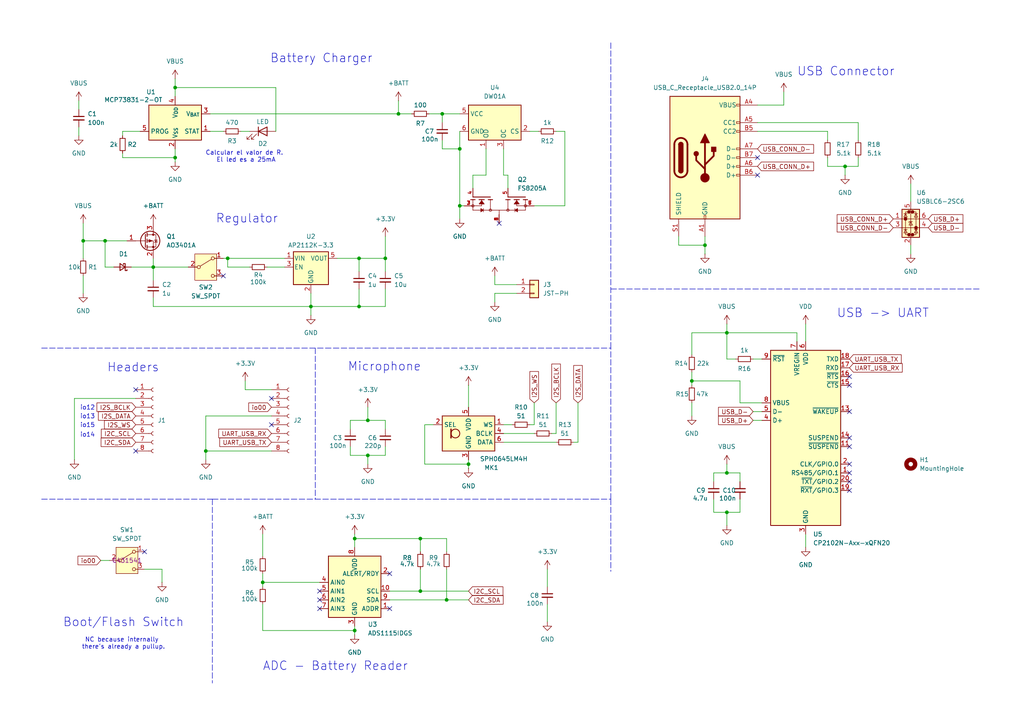
<source format=kicad_sch>
(kicad_sch (version 20250114) (generator "eeschema") (generator_version "9.0")
  (paper "A4")
  (title_block (title "ESP32CAM Shield") (date "2025-05-10") (rev "1.0") (company "Marti Dominguez"))
  (text "io13\n" (at 25.4 120.904 0) (effects (font (size 1.27 1.27))))
  (text "Headers\n" (at 38.608 106.68 0) (effects (font (size 2.5 2.5))))
  (text "USB Connector\n" (at 245.364 20.828 0) (effects (font (size 2.5 2.5))))
  (text "io15" (at 25.4 123.444 0) (effects (font (size 1.27 1.27))))
  (text "Regulator\n" (at 71.628 63.5 0) (effects (font (size 2.5 2.5))))
  (text "NC because internally \nthere's already a pullup." (at 35.814 186.69 0) (effects (font (size 1.27 1.27))))
  (text "Microphone" (at 111.506 106.426 0) (effects (font (size 2.5 2.5))))
  (text "io14" (at 25.4 126.238 0) (effects (font (size 1.27 1.27))))
  (text "USB -> UART " (at 257.048 90.932 0) (effects (font (size 2.5 2.5))))
  (text "Battery Charger" (at 93.218 17.018 0) (effects (font (size 2.5 2.5))))
  (text "io12" (at 25.4 118.364 0) (effects (font (size 1.27 1.27))))
  (text "ADC - Battery Reader\n" (at 97.282 193.294 0) (effects (font (size 2.5 2.5))))
  (text "Boot/Flash Switch\n" (at 35.814 180.594 0) (effects (font (size 2.5 2.5))))
  (text "Calcular el valor de R. \nEl led es a 25mA" (at 71.374 45.466 0) (effects (font (size 1.27 1.27))))
  (junction (at 135.89 134.62))
  (junction (at 102.87 156.21))
  (junction (at 90.17 88.9))
  (junction (at 210.82 148.59))
  (junction (at 210.82 137.16))
  (junction (at 106.68 132.08))
  (junction (at 104.14 74.93))
  (junction (at 111.76 74.93))
  (junction (at 44.45 77.47))
  (junction (at 121.92 171.45))
  (junction (at 133.35 43.18))
  (junction (at 50.8 25.4))
  (junction (at 66.04 74.93))
  (junction (at 200.66 110.49))
  (junction (at 210.82 96.52))
  (junction (at 59.69 130.81))
  (junction (at 102.87 182.88))
  (junction (at 204.47 71.12))
  (junction (at 133.35 59.69))
  (junction (at 76.2 168.91))
  (junction (at 128.27 33.02))
  (junction (at 106.68 121.92))
  (junction (at 104.14 88.9))
  (junction (at 115.57 33.02))
  (junction (at 30.48 69.85))
  (junction (at 129.54 173.99))
  (junction (at 245.11 48.26))
  (junction (at 121.92 156.21))
  (junction (at 24.13 69.85))
  (junction (at 50.8 45.72))
  (no_connect (at 246.38 139.7))
  (no_connect (at 246.38 137.16))
  (no_connect (at 92.71 176.53))
  (no_connect (at 246.38 109.22))
  (no_connect (at 246.38 142.24))
  (no_connect (at 246.38 111.76))
  (no_connect (at 39.37 113.03))
  (no_connect (at 64.77 80.01))
  (no_connect (at 246.38 127))
  (no_connect (at 219.71 50.8))
  (no_connect (at 113.03 166.37))
  (no_connect (at 78.74 115.57))
  (no_connect (at 78.74 123.19))
  (no_connect (at 39.37 130.81))
  (no_connect (at 246.38 129.54))
  (no_connect (at 92.71 173.99))
  (no_connect (at 144.78 64.77))
  (no_connect (at 219.71 45.72))
  (no_connect (at 246.38 134.62))
  (no_connect (at 92.71 171.45))
  (no_connect (at 246.38 119.38))
  (no_connect (at 113.03 176.53))
  (no_connect (at 41.91 160.02))
  (wire (pts (xy 231.14 96.52) (xy 231.14 99.06)))
  (wire (pts (xy 200.66 110.49) (xy 200.66 111.76)))
  (wire (pts (xy 135.89 133.35) (xy 135.89 134.62)))
  (wire (pts (xy 50.8 43.18) (xy 50.8 45.72)))
  (wire (pts (xy 76.2 175.26) (xy 76.2 182.88)))
  (wire (pts (xy 111.76 129.54) (xy 111.76 132.08)))
  (polyline (pts (xy 12.065 144.78) (xy 61.595 144.78)) (stroke (width 0) (type dash)))
  (wire (pts (xy 204.47 68.58) (xy 204.47 71.12)))
  (wire (pts (xy 66.04 74.93) (xy 82.55 74.93)))
  (wire (pts (xy 160.02 125.73) (xy 161.29 125.73)))
  (wire (pts (xy 143.51 85.09) (xy 149.86 85.09)))
  (wire (pts (xy 30.48 69.85) (xy 24.13 69.85)))
  (wire (pts (xy 106.68 134.62) (xy 106.68 132.08)))
  (wire (pts (xy 111.76 78.74) (xy 111.76 74.93)))
  (wire (pts (xy 227.33 26.67) (xy 227.33 30.48)))
  (wire (pts (xy 76.2 154.94) (xy 76.2 161.29)))
  (wire (pts (xy 106.68 118.11) (xy 106.68 121.92)))
  (wire (pts (xy 207.01 148.59) (xy 210.82 148.59)))
  (wire (pts (xy 264.16 53.34) (xy 264.16 58.42)))
  (wire (pts (xy 76.2 168.91) (xy 76.2 170.18)))
  (wire (pts (xy 46.99 168.91) (xy 46.99 165.1)))
  (wire (pts (xy 124.46 33.02) (xy 128.27 33.02)))
  (wire (pts (xy 76.2 168.91) (xy 92.71 168.91)))
  (wire (pts (xy 59.69 130.81) (xy 59.69 120.65)))
  (wire (pts (xy 204.47 71.12) (xy 204.47 73.66)))
  (wire (pts (xy 135.89 111.76) (xy 135.89 118.11)))
  (wire (pts (xy 76.2 182.88) (xy 102.87 182.88)))
  (wire (pts (xy 233.68 154.94) (xy 233.68 158.75)))
  (polyline (pts (xy 177.165 100.965) (xy 177.165 12.065)) (stroke (width 0) (type dash)))
  (wire (pts (xy 210.82 148.59) (xy 214.63 148.59)))
  (wire (pts (xy 210.82 137.16) (xy 214.63 137.16)))
  (wire (pts (xy 44.45 86.36) (xy 44.45 88.9)))
  (wire (pts (xy 196.85 71.12) (xy 204.47 71.12)))
  (wire (pts (xy 121.92 156.21) (xy 102.87 156.21)))
  (wire (pts (xy 146.05 123.19) (xy 148.59 123.19)))
  (wire (pts (xy 104.14 74.93) (xy 97.79 74.93)))
  (wire (pts (xy 30.48 77.47) (xy 30.48 69.85)))
  (wire (pts (xy 146.05 125.73) (xy 154.94 125.73)))
  (wire (pts (xy 71.12 113.03) (xy 78.74 113.03)))
  (wire (pts (xy 59.69 133.35) (xy 59.69 130.81)))
  (wire (pts (xy 125.73 123.19) (xy 123.19 123.19)))
  (wire (pts (xy 210.82 96.52) (xy 231.14 96.52)))
  (wire (pts (xy 137.16 50.8) (xy 140.97 50.8)))
  (wire (pts (xy 219.71 35.56) (xy 248.92 35.56)))
  (wire (pts (xy 153.67 38.1) (xy 156.21 38.1)))
  (wire (pts (xy 128.27 33.02) (xy 133.35 33.02)))
  (wire (pts (xy 147.32 54.61) (xy 147.32 50.8)))
  (wire (pts (xy 111.76 121.92) (xy 106.68 121.92)))
  (wire (pts (xy 214.63 110.49) (xy 200.66 110.49)))
  (wire (pts (xy 149.86 82.55) (xy 143.51 82.55)))
  (wire (pts (xy 106.68 132.08) (xy 101.6 132.08)))
  (wire (pts (xy 113.03 171.45) (xy 121.92 171.45)))
  (wire (pts (xy 248.92 48.26) (xy 248.92 45.72)))
  (wire (pts (xy 66.04 77.47) (xy 66.04 74.93)))
  (wire (pts (xy 72.39 77.47) (xy 66.04 77.47)))
  (wire (pts (xy 113.03 173.99) (xy 129.54 173.99)))
  (wire (pts (xy 50.8 25.4) (xy 50.8 27.94)))
  (wire (pts (xy 207.01 144.78) (xy 207.01 148.59)))
  (wire (pts (xy 133.35 43.18) (xy 133.35 59.69)))
  (wire (pts (xy 128.27 33.02) (xy 128.27 35.56)))
  (wire (pts (xy 22.86 29.21) (xy 22.86 31.75)))
  (wire (pts (xy 129.54 160.02) (xy 129.54 156.21)))
  (wire (pts (xy 137.16 54.61) (xy 137.16 50.8)))
  (wire (pts (xy 167.64 116.84) (xy 167.64 128.27)))
  (wire (pts (xy 111.76 74.93) (xy 104.14 74.93)))
  (wire (pts (xy 220.98 116.84) (xy 214.63 116.84)))
  (wire (pts (xy 158.75 175.26) (xy 158.75 180.34)))
  (wire (pts (xy 39.37 115.57) (xy 21.59 115.57)))
  (wire (pts (xy 147.32 50.8) (xy 146.05 50.8)))
  (wire (pts (xy 219.71 38.1) (xy 240.03 38.1)))
  (wire (pts (xy 129.54 156.21) (xy 121.92 156.21)))
  (wire (pts (xy 121.92 171.45) (xy 135.89 171.45)))
  (wire (pts (xy 158.75 165.1) (xy 158.75 170.18)))
  (wire (pts (xy 59.69 120.65) (xy 78.74 120.65)))
  (wire (pts (xy 200.66 96.52) (xy 210.82 96.52)))
  (wire (pts (xy 146.05 128.27) (xy 161.29 128.27)))
  (polyline (pts (xy 177.165 144.78) (xy 177.165 165.735)) (stroke (width 0) (type dash)))
  (wire (pts (xy 200.66 116.84) (xy 200.66 120.65)))
  (wire (pts (xy 35.56 38.1) (xy 35.56 39.37)))
  (wire (pts (xy 123.19 123.19) (xy 123.19 134.62)))
  (wire (pts (xy 50.8 25.4) (xy 80.01 25.4)))
  (wire (pts (xy 133.35 43.18) (xy 128.27 43.18)))
  (polyline (pts (xy 177.165 144.78) (xy 177.165 100.965)) (stroke (width 0) (type dash)))
  (wire (pts (xy 196.85 68.58) (xy 196.85 71.12)))
  (wire (pts (xy 102.87 154.94) (xy 102.87 156.21)))
  (wire (pts (xy 102.87 182.88) (xy 102.87 184.15)))
  (wire (pts (xy 133.35 38.1) (xy 133.35 43.18)))
  (wire (pts (xy 214.63 116.84) (xy 214.63 110.49)))
  (wire (pts (xy 111.76 83.82) (xy 111.76 88.9)))
  (wire (pts (xy 101.6 121.92) (xy 101.6 124.46)))
  (wire (pts (xy 50.8 22.86) (xy 50.8 25.4)))
  (wire (pts (xy 146.05 50.8) (xy 146.05 43.18)))
  (wire (pts (xy 264.16 71.12) (xy 264.16 73.66)))
  (polyline (pts (xy 171.45 144.78) (xy 172.085 144.78)) (stroke (width 0) (type dash)))
  (polyline (pts (xy 61.595 144.78) (xy 61.595 198.12)) (stroke (width 0) (type dash)))
  (polyline (pts (xy 91.44 100.965) (xy 91.44 144.78)) (stroke (width 0) (type dash)))
  (wire (pts (xy 129.54 165.1) (xy 129.54 173.99)))
  (wire (pts (xy 77.47 77.47) (xy 82.55 77.47)))
  (wire (pts (xy 35.56 45.72) (xy 50.8 45.72)))
  (wire (pts (xy 143.51 82.55) (xy 143.51 80.01)))
  (wire (pts (xy 128.27 40.64) (xy 128.27 43.18)))
  (wire (pts (xy 200.66 107.95) (xy 200.66 110.49)))
  (wire (pts (xy 30.48 69.85) (xy 36.83 69.85)))
  (wire (pts (xy 245.11 48.26) (xy 245.11 50.8)))
  (wire (pts (xy 106.68 121.92) (xy 101.6 121.92)))
  (wire (pts (xy 121.92 165.1) (xy 121.92 171.45)))
  (wire (pts (xy 35.56 44.45) (xy 35.56 45.72)))
  (wire (pts (xy 21.59 115.57) (xy 21.59 133.35)))
  (wire (pts (xy 233.68 93.98) (xy 233.68 99.06)))
  (wire (pts (xy 64.77 74.93) (xy 66.04 74.93)))
  (wire (pts (xy 71.12 110.49) (xy 71.12 113.03)))
  (wire (pts (xy 59.69 130.81) (xy 78.74 130.81)))
  (wire (pts (xy 38.1 77.47) (xy 44.45 77.47)))
  (wire (pts (xy 104.14 88.9) (xy 90.17 88.9)))
  (wire (pts (xy 101.6 129.54) (xy 101.6 132.08)))
  (polyline (pts (xy 12.065 100.965) (xy 177.165 100.965)) (stroke (width 0) (type dash)))
  (wire (pts (xy 60.96 33.02) (xy 115.57 33.02)))
  (wire (pts (xy 24.13 80.01) (xy 24.13 85.09)))
  (wire (pts (xy 60.96 38.1) (xy 64.77 38.1)))
  (wire (pts (xy 111.76 88.9) (xy 104.14 88.9)))
  (wire (pts (xy 248.92 35.56) (xy 248.92 40.64)))
  (wire (pts (xy 161.29 116.84) (xy 161.29 125.73)))
  (wire (pts (xy 76.2 166.37) (xy 76.2 168.91)))
  (wire (pts (xy 123.19 134.62) (xy 135.89 134.62)))
  (wire (pts (xy 111.76 132.08) (xy 106.68 132.08)))
  (wire (pts (xy 90.17 91.44) (xy 90.17 88.9)))
  (wire (pts (xy 102.87 181.61) (xy 102.87 182.88)))
  (polyline (pts (xy 61.595 144.78) (xy 171.45 144.78)) (stroke (width 0) (type dash)))
  (wire (pts (xy 69.85 38.1) (xy 72.39 38.1)))
  (wire (pts (xy 115.57 29.21) (xy 115.57 33.02)))
  (wire (pts (xy 163.83 59.69) (xy 163.83 38.1)))
  (wire (pts (xy 44.45 88.9) (xy 90.17 88.9)))
  (wire (pts (xy 218.44 121.92) (xy 220.98 121.92)))
  (wire (pts (xy 44.45 77.47) (xy 54.61 77.47)))
  (wire (pts (xy 111.76 68.58) (xy 111.76 74.93)))
  (wire (pts (xy 90.17 85.09) (xy 90.17 88.9)))
  (wire (pts (xy 154.94 116.84) (xy 154.94 123.19)))
  (polyline (pts (xy 177.165 83.82) (xy 284.48 83.82)) (stroke (width 0) (type dash)))
  (wire (pts (xy 214.63 144.78) (xy 214.63 148.59)))
  (wire (pts (xy 29.21 162.56) (xy 31.75 162.56)))
  (wire (pts (xy 210.82 104.14) (xy 213.36 104.14)))
  (polyline (pts (xy 172.085 144.78) (xy 177.165 144.78)) (stroke (width 0) (type dash)))
  (wire (pts (xy 245.11 48.26) (xy 248.92 48.26)))
  (wire (pts (xy 50.8 45.72) (xy 50.8 46.99)))
  (wire (pts (xy 121.92 160.02) (xy 121.92 156.21)))
  (wire (pts (xy 210.82 93.98) (xy 210.82 96.52)))
  (wire (pts (xy 104.14 78.74) (xy 104.14 74.93)))
  (wire (pts (xy 24.13 64.77) (xy 24.13 69.85)))
  (wire (pts (xy 40.64 38.1) (xy 35.56 38.1)))
  (wire (pts (xy 111.76 124.46) (xy 111.76 121.92)))
  (wire (pts (xy 44.45 74.93) (xy 44.45 77.47)))
  (wire (pts (xy 80.01 38.1) (xy 80.01 25.4)))
  (wire (pts (xy 104.14 83.82) (xy 104.14 88.9)))
  (wire (pts (xy 163.83 38.1) (xy 161.29 38.1)))
  (wire (pts (xy 227.33 30.48) (xy 219.71 30.48)))
  (wire (pts (xy 166.37 128.27) (xy 167.64 128.27)))
  (wire (pts (xy 154.94 59.69) (xy 163.83 59.69)))
  (wire (pts (xy 102.87 156.21) (xy 102.87 158.75)))
  (wire (pts (xy 22.86 36.83) (xy 22.86 39.37)))
  (wire (pts (xy 115.57 33.02) (xy 119.38 33.02)))
  (wire (pts (xy 129.54 173.99) (xy 135.89 173.99)))
  (wire (pts (xy 44.45 77.47) (xy 44.45 81.28)))
  (wire (pts (xy 218.44 104.14) (xy 220.98 104.14)))
  (wire (pts (xy 210.82 148.59) (xy 210.82 152.4)))
  (wire (pts (xy 240.03 38.1) (xy 240.03 40.64)))
  (wire (pts (xy 140.97 43.18) (xy 140.97 50.8)))
  (wire (pts (xy 240.03 45.72) (xy 240.03 48.26)))
  (wire (pts (xy 46.99 165.1) (xy 41.91 165.1)))
  (wire (pts (xy 24.13 69.85) (xy 24.13 74.93)))
  (wire (pts (xy 207.01 137.16) (xy 207.01 139.7)))
  (wire (pts (xy 200.66 102.87) (xy 200.66 96.52)))
  (wire (pts (xy 218.44 119.38) (xy 220.98 119.38)))
  (wire (pts (xy 240.03 48.26) (xy 245.11 48.26)))
  (wire (pts (xy 33.02 77.47) (xy 30.48 77.47)))
  (wire (pts (xy 133.35 59.69) (xy 134.62 59.69)))
  (wire (pts (xy 214.63 139.7) (xy 214.63 137.16)))
  (wire (pts (xy 210.82 96.52) (xy 210.82 104.14)))
  (wire (pts (xy 135.89 134.62) (xy 135.89 135.89)))
  (wire (pts (xy 210.82 137.16) (xy 207.01 137.16)))
  (wire (pts (xy 143.51 87.63) (xy 143.51 85.09)))
  (wire (pts (xy 210.82 134.62) (xy 210.82 137.16)))
  (wire (pts (xy 153.67 123.19) (xy 154.94 123.19)))
  (wire (pts (xy 133.35 59.69) (xy 133.35 63.5)))
  (global_label "I2S_BCLK" (shape input) (at 39.37 118.11 180) (property "Intersheetrefs" "${INTERSHEET_REFS}" (effects (hide yes))))
  (global_label "UART_USB_RX" (shape input) (at 78.74 125.73 180) (property "Intersheetrefs" "${INTERSHEET_REFS}" (effects (hide yes))))
  (global_label "I2C_SDA" (shape input) (at 39.37 128.27 180) (property "Intersheetrefs" "${INTERSHEET_REFS}" (effects (hide yes))))
  (global_label "USB_D+" (shape input) (at 269.24 63.5 0) (property "Intersheetrefs" "${INTERSHEET_REFS}" (effects (hide yes))))
  (global_label "UART_USB_TX" (shape input) (at 246.38 104.14 0) (property "Intersheetrefs" "${INTERSHEET_REFS}" (effects (hide yes))))
  (global_label "I2S_DATA" (shape input) (at 39.37 120.65 180) (property "Intersheetrefs" "${INTERSHEET_REFS}" (effects (hide yes))))
  (global_label "I2C_SCL" (shape input) (at 39.37 125.73 180) (property "Intersheetrefs" "${INTERSHEET_REFS}" (effects (hide yes))))
  (global_label "I2S_DATA" (shape input) (at 167.64 116.84 90) (property "Intersheetrefs" "${INTERSHEET_REFS}" (effects (hide yes))))
  (global_label "USB_D+" (shape input) (at 218.44 121.92 180) (property "Intersheetrefs" "${INTERSHEET_REFS}" (effects (hide yes))))
  (global_label "I2S_BCLK" (shape input) (at 161.29 116.84 90) (property "Intersheetrefs" "${INTERSHEET_REFS}" (effects (hide yes))))
  (global_label "UART_USB_TX" (shape input) (at 78.74 128.27 180) (property "Intersheetrefs" "${INTERSHEET_REFS}" (effects (hide yes))))
  (global_label "I2S_WS" (shape input) (at 154.94 116.84 90) (property "Intersheetrefs" "${INTERSHEET_REFS}" (effects (hide yes))))
  (global_label "USB_CONN_D-" (shape input) (at 259.08 66.04 180) (property "Intersheetrefs" "${INTERSHEET_REFS}" (effects (hide yes))))
  (global_label "I2S_WS" (shape input) (at 39.37 123.19 180) (property "Intersheetrefs" "${INTERSHEET_REFS}" (effects (hide yes))))
  (global_label "UART_USB_RX" (shape input) (at 246.38 106.68 0) (property "Intersheetrefs" "${INTERSHEET_REFS}" (effects (hide yes))))
  (global_label "io00" (shape input) (at 29.21 162.56 180) (property "Intersheetrefs" "${INTERSHEET_REFS}" (effects (hide yes))))
  (global_label "I2C_SCL" (shape input) (at 135.89 171.45 0) (property "Intersheetrefs" "${INTERSHEET_REFS}" (effects (hide yes))))
  (global_label "USB_CONN_D+" (shape input) (at 219.71 48.26 0) (property "Intersheetrefs" "${INTERSHEET_REFS}" (effects (hide yes))))
  (global_label "USB_D-" (shape input) (at 218.44 119.38 180) (property "Intersheetrefs" "${INTERSHEET_REFS}" (effects (hide yes))))
  (global_label "io00" (shape input) (at 78.74 118.11 180) (property "Intersheetrefs" "${INTERSHEET_REFS}" (effects (hide yes))))
  (global_label "USB_CONN_D+" (shape input) (at 259.08 63.5 180) (property "Intersheetrefs" "${INTERSHEET_REFS}" (effects (hide yes))))
  (global_label "I2C_SDA" (shape input) (at 135.89 173.99 0) (property "Intersheetrefs" "${INTERSHEET_REFS}" (effects (hide yes))))
  (global_label "USB_CONN_D-" (shape input) (at 219.71 43.18 0) (property "Intersheetrefs" "${INTERSHEET_REFS}" (effects (hide yes))))
  (global_label "USB_D-" (shape input) (at 269.24 66.04 0) (property "Intersheetrefs" "${INTERSHEET_REFS}" (effects (hide yes))))
  (symbol (lib_id "power:GND") (at 200.66 120.65 0) (unit 1)
    (property "Reference" "#PWR027" (effects (hide yes)))
    (property "Value" "GND" (at 200.66 125.73 0))
    (property "Description" "Power symbol creates a global label with name \"GND\" , ground" (effects (hide yes)))
  )
  (symbol (lib_id "Device:R_Small") (at 200.66 105.41 0) (unit 1)
    (property "Reference" "R14" (at 197.612 105.41 0))
    (property "Value" "22k" (at 203.962 105.41 0))
    (property "Footprint" "Resistor_SMD:R_0402_1005Metric" (effects (hide yes)))
    (property "Description" "Resistor, small symbol" (effects (hide yes)))
    (property "LCSC Part #" "C25768" (effects (hide yes)))
  )
  (symbol (lib_id "power:+3.3V") (at 71.12 110.49 0) (unit 1)
    (property "Reference" "#PWR011" (effects (hide yes)))
    (property "Value" "+3.3V" (at 71.12 105.41 0))
    (property "Description" "Power symbol creates a global label with name \"+3.3V\"" (effects (hide yes)))
  )
  (symbol (lib_id "Device:R_Small") (at 67.31 38.1 90) (unit 1)
    (property "Reference" "R3" (at 67.31 40.894 90))
    (property "Value" "470" (at 67.31 35.56 90))
    (property "Footprint" "Resistor_SMD:R_0603_1608Metric" (effects (hide yes)))
    (property "Description" "Resistor, small symbol" (effects (hide yes)))
    (property "LCSC Part #" "C23179" (effects (hide yes)))
  )
  (symbol (lib_id "Transistor_FET:AO3401A") (at 41.91 69.85 0) (unit 1)
    (property "Reference" "Q1" (at 48.26 68.5799 0) (effects (justify left)))
    (property "Value" "AO3401A" (at 48.26 71.1199 0) (effects (justify left)))
    (property "Footprint" "Package_TO_SOT_SMD:SOT-23" (effects (hide yes)))
    (property "Datasheet" "http://www.aosmd.com/pdfs/datasheet/AO3401A.pdf" (effects (hide yes)))
    (property "Description" "-4.0A Id, -30V Vds, P-Channel MOSFET, SOT-23" (effects (hide yes)))
    (property "LCSC Part #" "C15127" (effects (hide yes)))
  )
  (symbol (lib_id "Device:C_Small") (at 158.75 172.72 0) (unit 1)
    (property "Reference" "C8" (at 153.67 172.72 0) (effects (justify left)))
    (property "Value" "100n" (at 152.654 175.006 0) (effects (justify left)))
    (property "Footprint" "Capacitor_SMD:C_0402_1005Metric" (effects (hide yes)))
    (property "Description" "Unpolarized capacitor, small symbol" (effects (hide yes)))
    (property "LCSC Part #" "C1525" (effects (hide yes)))
  )
  (symbol (lib_id "power:+3.3V") (at 106.68 118.11 0) (unit 1)
    (property "Reference" "#PWR016" (effects (hide yes)))
    (property "Value" "+3.3V" (at 106.68 113.03 0))
    (property "Description" "Power symbol creates a global label with name \"+3.3V\"" (effects (hide yes)))
  )
  (symbol (lib_id "power:VBUS") (at 210.82 93.98 0) (unit 1)
    (property "Reference" "#PWR029" (effects (hide yes)))
    (property "Value" "VBUS" (at 210.82 88.9 0))
    (property "Description" "Power symbol creates a global label with name \"VBUS\"" (effects (hide yes)))
  )
  (symbol (lib_id "Device:C_Small") (at 128.27 38.1 0) (unit 1)
    (property "Reference" "C7" (at 123.19 38.1 0) (effects (justify left)))
    (property "Value" "100n" (at 122.174 40.386 0) (effects (justify left)))
    (property "Footprint" "Capacitor_SMD:C_0402_1005Metric" (effects (hide yes)))
    (property "Description" "Unpolarized capacitor, small symbol" (effects (hide yes)))
    (property "LCSC Part #" "C1525" (effects (hide yes)))
  )
  (symbol (lib_id "Battery_Management:DW01A") (at 143.51 35.56 0) (unit 1)
    (property "Reference" "U4" (at 143.51 25.4 0))
    (property "Value" "DW01A" (at 143.51 27.94 0))
    (property "Footprint" "Package_TO_SOT_SMD:SOT-23-6" (effects (hide yes)))
    (property "Datasheet" "https://hmsemi.com/downfile/DW01A.PDF" (effects (hide yes)))
    (property "Description" "Overcharge, overcurrent and overdischarge protection IC for single cell lithium-ion/polymer battery" (effects (hide yes)))
    (property "LCSC Part #" "C18164398" (effects (hide yes)))
  )
  (symbol (lib_id "Device:R_Small") (at 24.13 77.47 180) (unit 1)
    (property "Reference" "R1" (at 26.924 77.47 0))
    (property "Value" "10k" (at 21.59 77.47 0))
    (property "Footprint" "Resistor_SMD:R_0603_1608Metric" (effects (hide yes)))
    (property "Description" "Resistor, small symbol" (effects (hide yes)))
    (property "LCSC Part #" "C25804" (effects (hide yes)))
  )
  (symbol (lib_id "Sensor_Audio:SPH0645LM4H") (at 135.89 125.73 0) (unit 1)
    (property "Reference" "MK1" (at 140.462 135.636 0) (effects (justify left)))
    (property "Value" "SPH0645LM4H" (at 139.192 133.096 0) (effects (justify left)))
    (property "Footprint" "Sensor_Audio:Knowles_SPH0645LM4H-6_3.5x2.65mm" (effects (hide yes)))
    (property "Datasheet" "https://www.knowles.com/docs/default-source/default-document-library/sph0645lm4h-1-datasheet.pdf" (effects (hide yes)))
    (property "Description" "Knowles MEMS Microphone, 24-bit I2S, 65 dBA SNR, LGA-6" (effects (hide yes)))
    (property "LCSC Part #" "C19272537" (effects (hide yes)))
  )
  (symbol (lib_id "power:GND") (at 102.87 184.15 0) (unit 1)
    (property "Reference" "#PWR015" (effects (hide yes)))
    (property "Value" "GND" (at 102.87 189.23 0))
    (property "Description" "Power symbol creates a global label with name \"GND\" , ground" (effects (hide yes)))
  )
  (symbol (lib_id "Device:C_Small") (at 111.76 127 0) (unit 1)
    (property "Reference" "C6" (at 106.68 127 0) (effects (justify left)))
    (property "Value" "220p" (at 105.664 129.286 0) (effects (justify left)))
    (property "Footprint" "Capacitor_SMD:C_0402_1005Metric" (effects (hide yes)))
    (property "Description" "Unpolarized capacitor, small symbol" (effects (hide yes)))
    (property "LCSC Part #" "C1530" (effects (hide yes)))
  )
  (symbol (lib_id "power:GND") (at 90.17 91.44 0) (unit 1)
    (property "Reference" "#PWR013" (effects (hide yes)))
    (property "Value" "GND" (at 90.17 96.52 0))
    (property "Description" "Power symbol creates a global label with name \"GND\" , ground" (effects (hide yes)))
  )
  (symbol (lib_id "power:VDD") (at 233.68 93.98 0) (unit 1)
    (property "Reference" "#PWR033" (effects (hide yes)))
    (property "Value" "VDD" (at 233.68 88.9 0))
    (property "Description" "Power symbol creates a global label with name \"VDD\"" (effects (hide yes)))
  )
  (symbol (lib_id "power:GND") (at 24.13 85.09 0) (unit 1)
    (property "Reference" "#PWR05" (effects (hide yes)))
    (property "Value" "GND" (at 24.13 90.17 0))
    (property "Description" "Power symbol creates a global label with name \"GND\" , ground" (effects (hide yes)))
  )
  (symbol (lib_id "Device:R_Small") (at 158.75 38.1 90) (unit 1)
    (property "Reference" "R12" (at 158.75 40.894 90))
    (property "Value" "1k" (at 158.75 35.56 90))
    (property "Footprint" "Resistor_SMD:R_0402_1005Metric" (effects (hide yes)))
    (property "Description" "Resistor, small symbol" (effects (hide yes)))
    (property "LCSC Part #" "C11702" (effects (hide yes)))
  )
  (symbol (lib_id "Power_Protection:USBLC6-2SC6") (at 264.16 63.5 0) (unit 1)
    (property "Reference" "U6" (at 265.8111 55.88 0) (effects (justify left)))
    (property "Value" "USBLC6-2SC6" (at 265.8111 58.42 0) (effects (justify left)))
    (property "Footprint" "Package_TO_SOT_SMD:SOT-23-6" (effects (hide yes)))
    (property "Datasheet" "https://www.st.com/resource/en/datasheet/usblc6-2.pdf" (effects (hide yes)))
    (property "Description" "Very low capacitance ESD protection diode, 2 data-line, SOT-23-6" (effects (hide yes)))
    (property "LCSC Part #" "C7519" (effects (hide yes)))
  )
  (symbol (lib_id "Interface_USB:CP2102N-Axx-xQFN20") (at 233.68 127 0) (unit 1)
    (property "Reference" "U5" (at 235.8233 154.94 0) (effects (justify left)))
    (property "Value" "CP2102N-Axx-xQFN20" (at 235.8233 157.48 0) (effects (justify left)))
    (property "Footprint" "Package_DFN_QFN:SiliconLabs_QFN-20-1EP_3x3mm_P0.5mm_EP1.8x1.8mm" (effects (hide yes)))
    (property "Datasheet" "https://www.silabs.com/documents/public/data-sheets/cp2102n-datasheet.pdf" (effects (hide yes)))
    (property "Description" "USB to UART master bridge, QFN-20" (effects (hide yes)))
    (property "LCSC Part #" "C969913" (effects (hide yes)))
  )
  (symbol (lib_id "power:GND") (at 264.16 73.66 0) (unit 1)
    (property "Reference" "#PWR038" (effects (hide yes)))
    (property "Value" "GND" (at 264.16 78.74 0))
    (property "Description" "Power symbol creates a global label with name \"GND\" , ground" (effects (hide yes)))
  )
  (symbol (lib_id "power:+BATT") (at 143.51 80.01 0) (unit 1)
    (property "Reference" "#PWR023" (effects (hide yes)))
    (property "Value" "+BATT" (at 143.51 74.93 0))
    (property "Description" "Power symbol creates a global label with name \"+BATT\"" (effects (hide yes)))
  )
  (symbol (lib_id "Device:R_Small") (at 163.83 128.27 90) (unit 1)
    (property "Reference" "R13" (at 163.83 123.19 90))
    (property "Value" "51" (at 163.83 125.73 90))
    (property "Footprint" "Resistor_SMD:R_0402_1005Metric" (effects (hide yes)))
    (property "Description" "Resistor, small symbol" (effects (hide yes)))
    (property "LCSC Part #" "C25125" (effects (hide yes)))
  )
  (symbol (lib_id "power:GND") (at 22.86 39.37 0) (unit 1)
    (property "Reference" "#PWR03" (effects (hide yes)))
    (property "Value" "GND" (at 22.86 44.45 0))
    (property "Description" "Power symbol creates a global label with name \"GND\" , ground" (effects (hide yes)))
  )
  (symbol (lib_id "Mechanical:MountingHole") (at 264.16 134.62 0) (unit 1) (exclude_from_sim yes) (in_bom no)
    (property "Reference" "H1" (at 266.7 133.3499 0) (effects (justify left)))
    (property "Value" "MountingHole" (at 266.7 135.8899 0) (effects (justify left)))
    (property "Footprint" "MountingHole:MountingHole_2.2mm_M2" (effects (hide yes)))
    (property "Description" "Mounting Hole without connection" (effects (hide yes)))
  )
  (symbol (lib_id "Connector:Conn_01x08_Socket") (at 83.82 120.65 0) (unit 1)
    (property "Reference" "J2" (at 85.09 121.9199 0) (effects (justify left)))
    (property "Value" "Conn_01x08_Socket" (effects (hide yes)))
    (property "Footprint" "Connector_PinSocket_2.54mm:PinSocket_1x08_P2.54mm_Vertical" (effects (hide yes)))
    (property "Description" "Generic connector, single row, 01x08, script generated" (effects (hide yes)))
    (property "LCSC Part #" "C27438" (effects (hide yes)))
  )
  (symbol (lib_id "Device:C_Small") (at 22.86 34.29 0) (unit 1)
    (property "Reference" "C1" (at 25.4 33.0262 0) (effects (justify left)))
    (property "Value" "100n" (at 25.4 35.5662 0) (effects (justify left)))
    (property "Footprint" "Capacitor_SMD:C_0402_1005Metric" (effects (hide yes)))
    (property "Description" "Unpolarized capacitor, small symbol" (effects (hide yes)))
    (property "LCSC Part #" "C1525" (effects (hide yes)))
  )
  (symbol (lib_id "Device:R_Small") (at 35.56 41.91 180) (unit 1)
    (property "Reference" "R2" (at 38.354 41.91 0))
    (property "Value" "2k" (at 33.02 41.91 0))
    (property "Footprint" "Resistor_SMD:R_0402_1005Metric" (effects (hide yes)))
    (property "Description" "Resistor, small symbol" (effects (hide yes)))
    (property "LCSC Part #" "C4109" (effects (hide yes)))
  )
  (symbol (lib_id "power:GND") (at 59.69 133.35 0) (unit 1)
    (property "Reference" "#PWR010" (effects (hide yes)))
    (property "Value" "GND" (at 59.69 138.43 0))
    (property "Description" "Power symbol creates a global label with name \"GND\" , ground" (effects (hide yes)))
  )
  (symbol (lib_id "power:GND") (at 158.75 180.34 0) (unit 1)
    (property "Reference" "#PWR026" (effects (hide yes)))
    (property "Value" "GND" (at 158.75 185.42 0))
    (property "Description" "Power symbol creates a global label with name \"GND\" , ground" (effects (hide yes)))
  )
  (symbol (lib_id "power:GND") (at 50.8 46.99 0) (unit 1)
    (property "Reference" "#PWR09" (effects (hide yes)))
    (property "Value" "GND" (at 50.8 52.07 0))
    (property "Description" "Power symbol creates a global label with name \"GND\" , ground" (effects (hide yes)))
  )
  (symbol (lib_id "Analog_ADC:ADS1115IDGS") (at 102.87 171.45 0) (unit 1)
    (property "Reference" "U3" (at 106.68 181.102 0) (effects (justify left)))
    (property "Value" "ADS1115IDGS" (at 106.68 183.642 0) (effects (justify left)))
    (property "Footprint" "Package_SO:TSSOP-10_3x3mm_P0.5mm" (effects (hide yes)))
    (property "Datasheet" "http://www.ti.com/lit/ds/symlink/ads1113.pdf" (effects (hide yes)))
    (property "Description" "Ultra-Small, Low-Power, I2C-Compatible, 860-SPS, 16-Bit ADCs With Internal Reference, Oscillator, and Programmable Comparator, VSSOP-10" (effects (hide yes)))
    (property "LCSC Part #" "C37593" (effects (hide yes)))
  )
  (symbol (lib_id "Device:LED") (at 76.2 38.1 0) (unit 1)
    (property "Reference" "D2" (at 76.2 41.656 0))
    (property "Value" "LED" (at 76.2 35.306 0))
    (property "Footprint" "LED_SMD:LED_0805_2012Metric" (effects (hide yes)))
    (property "Description" "Light emitting diode" (effects (hide yes)))
    (property "Sim.Pins" "1=K 2=A" (effects (hide yes)))
    (property "LCSC Part #" "C34499" (effects (hide yes)))
  )
  (symbol (lib_id "power:+BATT") (at 76.2 154.94 0) (unit 1)
    (property "Reference" "#PWR012" (effects (hide yes)))
    (property "Value" "+BATT" (at 76.2 149.86 0))
    (property "Description" "Power symbol creates a global label with name \"+BATT\"" (effects (hide yes)))
  )
  (symbol (lib_id "Device:R_Small") (at 121.92 162.56 180) (unit 1)
    (property "Reference" "R8" (at 118.11 161.798 0))
    (property "Value" "4.7k" (at 118.11 163.576 0))
    (property "Footprint" "Resistor_SMD:R_0402_1005Metric" (effects (hide yes)))
    (property "Description" "Resistor, small symbol" (effects (hide yes)))
    (property "LCSC Part #" "C25900" (effects (hide yes)))
  )
  (symbol (lib_id "power:VBUS") (at 24.13 64.77 0) (unit 1)
    (property "Reference" "#PWR04" (effects (hide yes)))
    (property "Value" "VBUS" (at 24.13 59.69 0))
    (property "Description" "Power symbol creates a global label with name \"VBUS\"" (effects (hide yes)))
  )
  (symbol (lib_id "power:+3.3V") (at 111.76 68.58 0) (unit 1)
    (property "Reference" "#PWR018" (effects (hide yes)))
    (property "Value" "+3.3V" (at 111.76 63.5 0))
    (property "Description" "Power symbol creates a global label with name \"+3.3V\"" (effects (hide yes)))
  )
  (symbol (lib_id "power:GND") (at 245.11 50.8 0) (unit 1)
    (property "Reference" "#PWR035" (effects (hide yes)))
    (property "Value" "GND" (at 245.11 55.88 0))
    (property "Description" "Power symbol creates a global label with name \"GND\" , ground" (effects (hide yes)))
  )
  (symbol (lib_id "power:GND") (at 133.35 63.5 0) (unit 1)
    (property "Reference" "#PWR020" (effects (hide yes)))
    (property "Value" "GND" (at 133.35 68.58 0))
    (property "Description" "Power symbol creates a global label with name \"GND\" , ground" (effects (hide yes)))
  )
  (symbol (lib_id "Device:R_Small") (at 215.9 104.14 90) (unit 1)
    (property "Reference" "R16" (at 215.9 106.934 90))
    (property "Value" "1k" (at 215.9 101.6 90))
    (property "Footprint" "Resistor_SMD:R_0402_1005Metric" (effects (hide yes)))
    (property "Description" "Resistor, small symbol" (effects (hide yes)))
    (property "LCSC Part #" "C11702" (effects (hide yes)))
  )
  (symbol (lib_id "Device:C_Small") (at 44.45 83.82 0) (unit 1)
    (property "Reference" "C2" (at 46.99 82.5562 0) (effects (justify left)))
    (property "Value" "1u" (at 46.99 85.0962 0) (effects (justify left)))
    (property "Footprint" "Capacitor_SMD:C_0603_1608Metric" (effects (hide yes)))
    (property "Description" "Unpolarized capacitor, small symbol" (effects (hide yes)))
    (property "LCSC Part #" "C15849" (effects (hide yes)))
  )
  (symbol (lib_id "Device:R_Small") (at 129.54 162.56 180) (unit 1)
    (property "Reference" "R9" (at 125.73 161.798 0))
    (property "Value" "4.7k" (at 125.73 163.576 0))
    (property "Footprint" "Resistor_SMD:R_0402_1005Metric" (effects (hide yes)))
    (property "Description" "Resistor, small symbol" (effects (hide yes)))
    (property "LCSC Part #" "C25900" (effects (hide yes)))
  )
  (symbol (lib_id "Device:R_Small") (at 157.48 125.73 90) (unit 1)
    (property "Reference" "R11" (at 157.48 120.65 90))
    (property "Value" "51" (at 157.48 123.19 90))
    (property "Footprint" "Resistor_SMD:R_0402_1005Metric" (effects (hide yes)))
    (property "Description" "Resistor, small symbol" (effects (hide yes)))
    (property "LCSC Part #" "C25125" (effects (hide yes)))
  )
  (symbol (lib_id "power:GND") (at 106.68 134.62 0) (unit 1)
    (property "Reference" "#PWR017" (effects (hide yes)))
    (property "Value" "GND" (at 106.68 139.7 0))
    (property "Description" "Power symbol creates a global label with name \"GND\" , ground" (effects (hide yes)))
  )
  (symbol (lib_id "power:+BATT") (at 115.57 29.21 0) (unit 1)
    (property "Reference" "#PWR019" (effects (hide yes)))
    (property "Value" "+BATT" (at 115.57 24.13 0))
    (property "Description" "Power symbol creates a global label with name \"+BATT\"" (effects (hide yes)))
  )
  (symbol (lib_id "Device:R_Small") (at 74.93 77.47 270) (unit 1)
    (property "Reference" "R4" (at 74.93 79.756 90))
    (property "Value" "100k" (at 74.93 81.788 90))
    (property "Footprint" "Resistor_SMD:R_0402_1005Metric" (effects (hide yes)))
    (property "Description" "Resistor, small symbol" (effects (hide yes)))
    (property "LCSC Part #" "C25741" (effects (hide yes)))
  )
  (symbol (lib_id "Device:C_Small") (at 207.01 142.24 0) (unit 1)
    (property "Reference" "C9" (at 201.93 142.24 0) (effects (justify left)))
    (property "Value" "4.7u" (at 200.914 144.526 0) (effects (justify left)))
    (property "Footprint" "Capacitor_SMD:C_0402_1005Metric" (effects (hide yes)))
    (property "Description" "Unpolarized capacitor, small symbol" (effects (hide yes)))
    (property "LCSC Part #" "C23733" (effects (hide yes)))
  )
  (symbol (lib_id "Device:R_Small") (at 121.92 33.02 90) (unit 1)
    (property "Reference" "R7" (at 121.92 35.814 90))
    (property "Value" "100" (at 121.92 30.48 90))
    (property "Footprint" "Resistor_SMD:R_0603_1608Metric" (effects (hide yes)))
    (property "Description" "Resistor, small symbol" (effects (hide yes)))
    (property "LCSC Part #" "C22775" (effects (hide yes)))
  )
  (symbol (lib_id "Device:D_Schottky_Small") (at 35.56 77.47 180) (unit 1)
    (property "Reference" "D1" (at 35.814 73.66 0))
    (property "Value" "D_Schottky_Small" (effects (hide yes)))
    (property "Footprint" "Diode_SMD:D_SOD-123" (effects (hide yes)))
    (property "Description" "Schottky diode, small symbol" (effects (hide yes)))
    (property "LCSC Part #" "C8598" (effects (hide yes)))
  )
  (symbol (lib_id "Device:R_Small") (at 151.13 123.19 90) (unit 1)
    (property "Reference" "R10" (at 151.13 118.11 90))
    (property "Value" "51" (at 151.13 120.65 90))
    (property "Footprint" "Resistor_SMD:R_0402_1005Metric" (effects (hide yes)))
    (property "Description" "Resistor, small symbol" (effects (hide yes)))
    (property "LCSC Part #" "C25125" (effects (hide yes)))
  )
  (symbol (lib_id "power:+3.3V") (at 102.87 154.94 0) (unit 1)
    (property "Reference" "#PWR014" (effects (hide yes)))
    (property "Value" "+3.3V" (at 102.87 149.86 0))
    (property "Description" "Power symbol creates a global label with name \"+3.3V\"" (effects (hide yes)))
  )
  (symbol (lib_id "power:GND") (at 46.99 168.91 0) (unit 1)
    (property "Reference" "#PWR07" (effects (hide yes)))
    (property "Value" "GND" (at 46.99 173.99 0))
    (property "Description" "Power symbol creates a global label with name \"GND\" , ground" (effects (hide yes)))
  )
  (symbol (lib_id "power:GND") (at 210.82 152.4 0) (unit 1)
    (property "Reference" "#PWR031" (effects (hide yes)))
    (property "Value" "GND" (at 210.82 157.48 0))
    (property "Description" "Power symbol creates a global label with name \"GND\" , ground" (effects (hide yes)))
  )
  (symbol (lib_id "Battery_Management:MCP73831-2-OT") (at 50.8 35.56 0) (unit 1)
    (property "Reference" "U1" (at 42.418 26.67 0) (effects (justify left)))
    (property "Value" "MCP73831-2-OT" (at 30.226 28.956 0) (effects (justify left)))
    (property "Footprint" "Package_TO_SOT_SMD:SOT-23-5" (effects (hide yes)))
    (property "Datasheet" "http://ww1.microchip.com/downloads/en/DeviceDoc/20001984g.pdf" (effects (hide yes)))
    (property "Description" "Single cell, Li-Ion/Li-Po charge management controller, 4.20V, Tri-State Status Output, in SOT23-5 package" (effects (hide yes)))
    (property "LCSC Part #" "C14879" (effects (hide yes)))
  )
  (symbol (lib_id "User:FS8205A") (at 144.78 59.69 270) (unit 1)
    (property "Reference" "Q2" (at 150.0887 52.07 90) (effects (justify left)))
    (property "Value" "FS8205A" (at 150.0887 54.61 90) (effects (justify left)))
    (property "Footprint" "Package_TO_SOT_SMD:SOT-23-6" (effects (hide yes)))
    (property "MF" "Fortune Semiconductor" (effects (hide yes)))
    (property "MAXIMUM_PACKAGE_HEIGHT" "1.2mm" (effects (hide yes)))
    (property "Package" "Package" (effects (hide yes)))
    (property "Price" "None" (effects (hide yes)))
    (property "Check_prices" "https://www.snapeda.com/parts/FS8205A/Fortune+Semiconductor/view-part/?ref=eda" (effects (hide yes)))
    (property "STANDARD" "IPC 7351B" (effects (hide yes)))
    (property "PARTREV" "1.7" (effects (hide yes)))
    (property "SnapEDA_Link" "https://www.snapeda.com/parts/FS8205A/Fortune+Semiconductor/view-part/?ref=snap" (effects (hide yes)))
    (property "MP" "FS8205A" (effects (hide yes)))
    (property "Availability" "In Stock" (effects (hide yes)))
    (property "MANUFACTURER" "Fortune Semiconductor" (effects (hide yes)))
    (property "LCSC Part #" "C2830320" (effects (hide yes)))
  )
  (symbol (lib_id "power:GND") (at 204.47 73.66 0) (unit 1)
    (property "Reference" "#PWR028" (effects (hide yes)))
    (property "Value" "GND" (at 204.47 78.74 0))
    (property "Description" "Power symbol creates a global label with name \"GND\" , ground" (effects (hide yes)))
  )
  (symbol (lib_id "Device:C_Small") (at 111.76 81.28 0) (unit 1)
    (property "Reference" "C5" (at 114.3 80.0162 0) (effects (justify left)))
    (property "Value" "10u" (at 114.3 82.5562 0) (effects (justify left)))
    (property "Footprint" "Capacitor_SMD:C_0402_1005Metric" (effects (hide yes)))
    (property "Description" "Unpolarized capacitor, small symbol" (effects (hide yes)))
    (property "LCSC Part #" "C15525" (effects (hide yes)))
  )
  (symbol (lib_id "power:+BATT") (at 44.45 64.77 0) (unit 1)
    (property "Reference" "#PWR06" (effects (hide yes)))
    (property "Value" "+BATT" (at 44.45 59.69 0))
    (property "Description" "Power symbol creates a global label with name \"+BATT\"" (effects (hide yes)))
  )
  (symbol (lib_id "Device:C_Small") (at 104.14 81.28 0) (unit 1)
    (property "Reference" "C4" (at 106.68 80.0162 0) (effects (justify left)))
    (property "Value" "1u" (at 106.68 82.5562 0) (effects (justify left)))
    (property "Footprint" "Capacitor_SMD:C_0402_1005Metric" (effects (hide yes)))
    (property "Description" "Unpolarized capacitor, small symbol" (effects (hide yes)))
    (property "LCSC Part #" "C52923" (effects (hide yes)))
  )
  (symbol (lib_id "power:VBUS") (at 264.16 53.34 0) (unit 1)
    (property "Reference" "#PWR037" (effects (hide yes)))
    (property "Value" "VBUS" (at 264.16 48.26 0))
    (property "Description" "Power symbol creates a global label with name \"VBUS\"" (effects (hide yes)))
  )
  (symbol (lib_id "Device:R_Small") (at 248.92 43.18 0) (unit 1)
    (property "Reference" "R18" (at 251.46 41.9099 0) (effects (justify left)))
    (property "Value" "5.1k" (at 251.46 44.4499 0) (effects (justify left)))
    (property "Footprint" "Resistor_SMD:R_0402_1005Metric" (effects (hide yes)))
    (property "Description" "Resistor, small symbol" (effects (hide yes)))
    (property "LCSC Part #" "C25905" (effects (hide yes)))
  )
  (symbol (lib_id "power:GND") (at 233.68 158.75 0) (unit 1)
    (property "Reference" "#PWR034" (effects (hide yes)))
    (property "Value" "GND" (at 233.68 163.83 0))
    (property "Description" "Power symbol creates a global label with name \"GND\" , ground" (effects (hide yes)))
  )
  (symbol (lib_id "Device:R_Small") (at 76.2 172.72 180) (unit 1)
    (property "Reference" "R6" (at 72.39 171.958 0))
    (property "Value" "100k" (at 72.39 173.736 0))
    (property "Footprint" "Resistor_SMD:R_0603_1608Metric" (effects (hide yes)))
    (property "Description" "Resistor, small symbol" (effects (hide yes)))
    (property "LCSC Part #" "C25803" (effects (hide yes)))
  )
  (symbol (lib_id "Switch:SW_SPDT") (at 36.83 162.56 0) (unit 1)
    (property "Reference" "SW1" (at 36.83 153.67 0))
    (property "Value" "SW_SPDT" (at 36.83 156.21 0))
    (property "Footprint" "Button_Switch_SMD:SW_SPDT_PCM12" (effects (hide yes)))
    (property "Description" "Switch, single pole double throw" (effects (hide yes)))
    (property "LCSC Part #" "C431541" (at 36.83 162.56 0))
  )
  (symbol (lib_id "power:VBUS") (at 227.33 26.67 0) (unit 1)
    (property "Reference" "#PWR032" (effects (hide yes)))
    (property "Value" "VBUS" (at 227.33 21.59 0))
    (property "Description" "Power symbol creates a global label with name \"VBUS\"" (effects (hide yes)))
  )
  (symbol (lib_id "power:VBUS") (at 50.8 22.86 0) (unit 1)
    (property "Reference" "#PWR08" (effects (hide yes)))
    (property "Value" "VBUS" (at 50.8 17.78 0))
    (property "Description" "Power symbol creates a global label with name \"VBUS\"" (effects (hide yes)))
  )
  (symbol (lib_id "Device:R_Small") (at 200.66 114.3 0) (unit 1)
    (property "Reference" "R15" (at 197.866 114.3 0))
    (property "Value" "47k" (at 203.708 114.3 0))
    (property "Footprint" "Resistor_SMD:R_0402_1005Metric" (effects (hide yes)))
    (property "Description" "Resistor, small symbol" (effects (hide yes)))
    (property "LCSC Part #" "C25792" (effects (hide yes)))
  )
  (symbol (lib_id "power:GND") (at 21.59 133.35 0) (unit 1)
    (property "Reference" "#PWR01" (effects (hide yes)))
    (property "Value" "GND" (at 21.59 138.43 0))
    (property "Description" "Power symbol creates a global label with name \"GND\" , ground" (effects (hide yes)))
  )
  (symbol (lib_id "power:+3.3V") (at 158.75 165.1 0) (unit 1)
    (property "Reference" "#PWR025" (effects (hide yes)))
    (property "Value" "+3.3V" (at 158.75 160.02 0))
    (property "Description" "Power symbol creates a global label with name \"+3.3V\"" (effects (hide yes)))
  )
  (symbol (lib_id "Switch:SW_SPDT") (at 59.69 77.47 0) (unit 1)
    (property "Reference" "SW2" (at 59.69 83.312 0))
    (property "Value" "SW_SPDT" (at 59.69 85.852 0))
    (property "Footprint" "Button_Switch_SMD:SW_SPDT_PCM12" (effects (hide yes)))
    (property "Description" "Switch, single pole double throw" (effects (hide yes)))
    (property "LCSC Part #" "C431541" (effects (hide yes)))
  )
  (symbol (lib_id "Connector:Conn_01x08_Socket") (at 44.45 120.65 0) (unit 1)
    (property "Reference" "J1" (at 45.72 121.9199 0) (effects (justify left)))
    (property "Value" "Conn_01x08_Socket" (effects (hide yes)))
    (property "Footprint" "Connector_PinSocket_2.54mm:PinSocket_1x08_P2.54mm_Vertical" (effects (hide yes)))
    (property "Description" "Generic connector, single row, 01x08, script generated" (effects (hide yes)))
    (property "LCSC Part #" "C27438" (effects (hide yes)))
  )
  (symbol (lib_id "Connector:USB_C_Receptacle_USB2.0_14P") (at 204.47 45.72 0) (unit 1)
    (property "Reference" "J4" (at 204.47 22.86 0))
    (property "Value" "USB_C_Receptacle_USB2.0_14P" (at 204.47 25.4 0))
    (property "Footprint" "Connector_USB:USB_C_Receptacle_Amphenol_12401610E4-2A" (effects (hide yes)))
    (property "Datasheet" "https://www.usb.org/sites/default/files/documents/usb_type-c.zip" (effects (hide yes)))
    (property "Description" "USB 2.0-only 14P Type-C Receptacle connector" (effects (hide yes)))
    (property "LCSC Part #" "C5119948" (effects (hide yes)))
  )
  (symbol (lib_id "power:VBUS") (at 22.86 29.21 0) (unit 1)
    (property "Reference" "#PWR02" (effects (hide yes)))
    (property "Value" "VBUS" (at 22.86 24.13 0))
    (property "Description" "Power symbol creates a global label with name \"VBUS\"" (effects (hide yes)))
  )
  (symbol (lib_id "Device:R_Small") (at 76.2 163.83 180) (unit 1)
    (property "Reference" "R5" (at 72.39 163.068 0))
    (property "Value" "100k" (at 72.39 164.846 0))
    (property "Footprint" "Resistor_SMD:R_0603_1608Metric" (effects (hide yes)))
    (property "Description" "Resistor, small symbol" (effects (hide yes)))
    (property "LCSC Part #" "C25803" (effects (hide yes)))
  )
  (symbol (lib_id "Connector_Generic:Conn_01x02") (at 154.94 82.55 0) (unit 1)
    (property "Reference" "J3" (at 157.48 82.5499 0) (effects (justify left)))
    (property "Value" "JST-PH" (at 157.48 85.0899 0) (effects (justify left)))
    (property "Footprint" "Connector_JST:JST_PH_S2B-PH-K_1x02_P2.00mm_Horizontal" (effects (hide yes)))
    (property "Description" "Generic connector, single row, 01x02, script generated (kicad-library-utils/schlib/autogen/connector/)" (effects (hide yes)))
    (property "LCSC Part #" "C265016" (effects (hide yes)))
  )
  (symbol (lib_id "Device:R_Small") (at 240.03 43.18 0) (unit 1)
    (property "Reference" "R17" (at 242.57 41.9099 0) (effects (justify left)))
    (property "Value" "5.1k" (at 242.57 44.4499 0) (effects (justify left)))
    (property "Footprint" "Resistor_SMD:R_0402_1005Metric" (effects (hide yes)))
    (property "Description" "Resistor, small symbol" (effects (hide yes)))
    (property "LCSC Part #" "C25905" (effects (hide yes)))
  )
  (symbol (lib_id "power:+3.3V") (at 135.89 111.76 0) (unit 1)
    (property "Reference" "#PWR021" (effects (hide yes)))
    (property "Value" "+3.3V" (at 135.89 106.68 0))
    (property "Description" "Power symbol creates a global label with name \"+3.3V\"" (effects (hide yes)))
  )
  (symbol (lib_id "Device:C_Small") (at 101.6 127 0) (unit 1)
    (property "Reference" "C3" (at 96.52 127 0) (effects (justify left)))
    (property "Value" "100n" (at 95.504 129.286 0) (effects (justify left)))
    (property "Footprint" "Capacitor_SMD:C_0402_1005Metric" (effects (hide yes)))
    (property "Description" "Unpolarized capacitor, small symbol" (effects (hide yes)))
    (property "LCSC Part #" "C1525" (effects (hide yes)))
  )
  (symbol (lib_id "power:GND") (at 143.51 87.63 0) (unit 1)
    (property "Reference" "#PWR024" (effects (hide yes)))
    (property "Value" "GND" (at 143.51 92.71 0))
    (property "Description" "Power symbol creates a global label with name \"GND\" , ground" (effects (hide yes)))
  )
  (symbol (lib_id "Device:C_Small") (at 214.63 142.24 0) (unit 1)
    (property "Reference" "C10" (at 209.55 142.24 0) (effects (justify left)))
    (property "Value" "100n" (at 208.534 144.526 0) (effects (justify left)))
    (property "Footprint" "Capacitor_SMD:C_0402_1005Metric" (effects (hide yes)))
    (property "Description" "Unpolarized capacitor, small symbol" (effects (hide yes)))
    (property "LCSC Part #" "C1525" (effects (hide yes)))
  )
  (symbol (lib_id "Regulator_Linear:AP2112K-3.3") (at 90.17 77.47 0) (unit 1)
    (property "Reference" "U2" (at 90.17 68.58 0))
    (property "Value" "AP2112K-3.3" (at 90.17 71.12 0))
    (property "Footprint" "Package_TO_SOT_SMD:SOT-23-5" (effects (hide yes)))
    (property "Datasheet" "https://www.diodes.com/assets/Datasheets/AP2112.pdf" (effects (hide yes)))
    (property "Description" "600mA low dropout linear regulator, with enable pin, 3.8V-6V input voltage range, 3.3V fixed positive output, SOT-23-5" (effects (hide yes)))
    (property "LCSC Part #" "C23380830" (effects (hide yes)))
  )
  (symbol (lib_id "power:GND") (at 135.89 135.89 0) (unit 1)
    (property "Reference" "#PWR022" (effects (hide yes)))
    (property "Value" "GND" (at 135.89 140.97 0))
    (property "Description" "Power symbol creates a global label with name \"GND\" , ground" (effects (hide yes)))
  )
  (symbol (lib_id "power:VBUS") (at 210.82 134.62 0) (unit 1)
    (property "Reference" "#PWR030" (effects (hide yes)))
    (property "Value" "VBUS" (at 210.82 129.54 0))
    (property "Description" "Power symbol creates a global label with name \"VBUS\"" (effects (hide yes)))
  )
)
</source>
